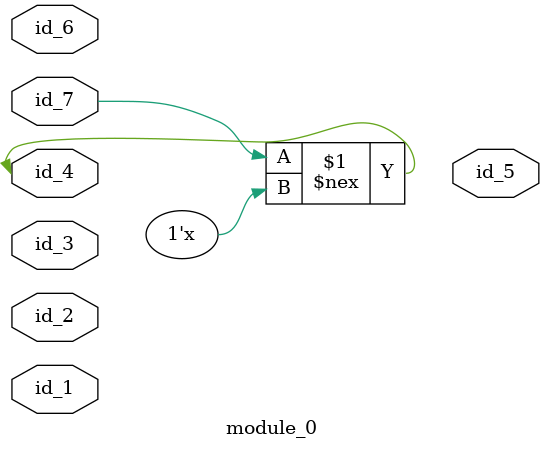
<source format=v>
`define pp_7 0
module module_0 (
    id_1,
    id_2,
    id_3,
    id_4,
    id_5,
    id_6,
    id_7
);
  input id_7;
  input id_6;
  output id_5;
  inout id_4;
  input id_3;
  inout id_2;
  input id_1;
  assign id_4 = id_7 !== id_6[1];
endmodule

</source>
